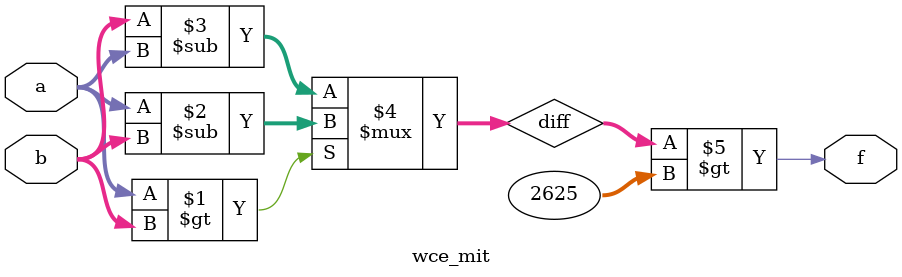
<source format=v>
module wce_mit(a, b, f);
parameter _bit = 18;
parameter wce = 2625;
input [_bit - 1: 0] a;
input [_bit - 1: 0] b;
output f;
wire [_bit - 1: 0] diff;
assign diff = (a > b)? (a - b): (b - a);
assign f = (diff > wce);
endmodule

</source>
